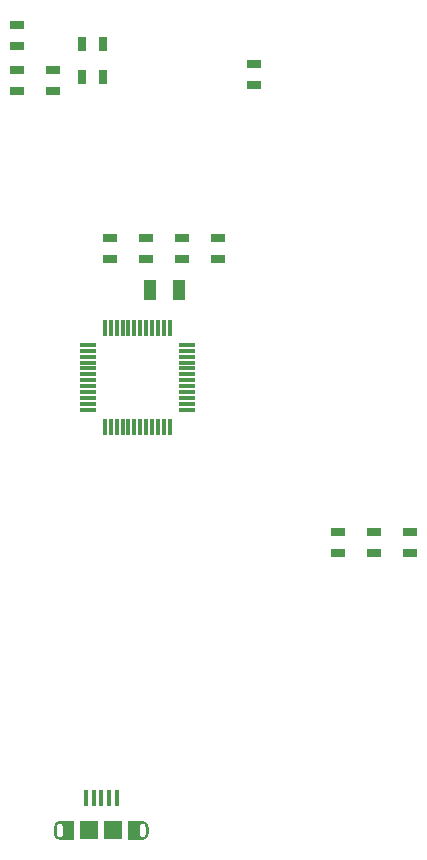
<source format=gbr>
G04 EAGLE Gerber RS-274X export*
G75*
%MOMM*%
%FSLAX34Y34*%
%LPD*%
%INSolderpaste Top*%
%IPPOS*%
%AMOC8*
5,1,8,0,0,1.08239X$1,22.5*%
G01*
%ADD10R,0.300000X1.450000*%
%ADD11R,1.450000X0.300000*%
%ADD12R,1.000000X1.800000*%
%ADD13C,0.000100*%
%ADD14R,0.400000X1.350000*%
%ADD15R,1.500000X1.550000*%
%ADD16R,1.200000X0.800000*%
%ADD17R,0.800000X1.200000*%

G36*
X786840Y7486D02*
X786840Y7486D01*
X786841Y7485D01*
X787953Y7611D01*
X787954Y7611D01*
X789011Y7981D01*
X789012Y7981D01*
X789960Y8577D01*
X789960Y8578D01*
X789961Y8578D01*
X790753Y9369D01*
X790753Y9370D01*
X791349Y10318D01*
X791349Y10319D01*
X791719Y11376D01*
X791719Y11377D01*
X791720Y11380D01*
X791720Y11384D01*
X791721Y11389D01*
X791721Y11394D01*
X791723Y11408D01*
X791723Y11413D01*
X791724Y11418D01*
X791724Y11422D01*
X791725Y11422D01*
X791724Y11422D01*
X791725Y11427D01*
X791726Y11432D01*
X791727Y11446D01*
X791728Y11451D01*
X791728Y11456D01*
X791729Y11460D01*
X791729Y11465D01*
X791730Y11470D01*
X791731Y11484D01*
X791732Y11489D01*
X791733Y11494D01*
X791733Y11498D01*
X791734Y11503D01*
X791734Y11508D01*
X791736Y11522D01*
X791736Y11527D01*
X791737Y11532D01*
X791737Y11536D01*
X791738Y11541D01*
X791739Y11555D01*
X791740Y11555D01*
X791739Y11555D01*
X791740Y11560D01*
X791741Y11565D01*
X791741Y11570D01*
X791742Y11574D01*
X791742Y11579D01*
X791744Y11593D01*
X791744Y11598D01*
X791745Y11603D01*
X791745Y11608D01*
X791746Y11612D01*
X791746Y11617D01*
X791748Y11631D01*
X791749Y11636D01*
X791749Y11641D01*
X791750Y11646D01*
X791750Y11650D01*
X791751Y11655D01*
X791752Y11669D01*
X791753Y11674D01*
X791753Y11679D01*
X791754Y11684D01*
X791754Y11688D01*
X791757Y11707D01*
X791757Y11712D01*
X791758Y11717D01*
X791758Y11722D01*
X791759Y11726D01*
X791760Y11741D01*
X791761Y11745D01*
X791761Y11750D01*
X791762Y11755D01*
X791762Y11760D01*
X791763Y11760D01*
X791762Y11760D01*
X791763Y11764D01*
X791765Y11779D01*
X791765Y11783D01*
X791766Y11788D01*
X791766Y11793D01*
X791767Y11798D01*
X791767Y11802D01*
X791769Y11817D01*
X791769Y11821D01*
X791770Y11826D01*
X791771Y11831D01*
X791771Y11836D01*
X791772Y11840D01*
X791773Y11855D01*
X791774Y11859D01*
X791774Y11864D01*
X791775Y11869D01*
X791775Y11874D01*
X791777Y11893D01*
X791778Y11893D01*
X791777Y11893D01*
X791778Y11897D01*
X791779Y11902D01*
X791779Y11907D01*
X791780Y11912D01*
X791781Y11926D01*
X791782Y11931D01*
X791782Y11935D01*
X791783Y11940D01*
X791783Y11945D01*
X791784Y11950D01*
X791786Y11964D01*
X791786Y11969D01*
X791787Y11973D01*
X791787Y11978D01*
X791788Y11983D01*
X791788Y11988D01*
X791790Y12002D01*
X791790Y12007D01*
X791791Y12011D01*
X791791Y12016D01*
X791792Y12021D01*
X791792Y12026D01*
X791794Y12040D01*
X791795Y12045D01*
X791795Y12049D01*
X791796Y12054D01*
X791796Y12059D01*
X791798Y12073D01*
X791798Y12078D01*
X791799Y12083D01*
X791799Y12087D01*
X791800Y12092D01*
X791800Y12097D01*
X791801Y12097D01*
X791800Y12097D01*
X791802Y12111D01*
X791803Y12116D01*
X791803Y12121D01*
X791804Y12125D01*
X791804Y12130D01*
X791805Y12135D01*
X791806Y12149D01*
X791807Y12154D01*
X791807Y12159D01*
X791808Y12163D01*
X791809Y12168D01*
X791809Y12173D01*
X791811Y12187D01*
X791811Y12192D01*
X791812Y12197D01*
X791812Y12201D01*
X791813Y12206D01*
X791815Y12225D01*
X791815Y12230D01*
X791816Y12230D01*
X791815Y12230D01*
X791816Y12235D01*
X791817Y12239D01*
X791817Y12244D01*
X791819Y12258D01*
X791819Y12263D01*
X791820Y12268D01*
X791820Y12273D01*
X791821Y12277D01*
X791821Y12282D01*
X791823Y12296D01*
X791824Y12301D01*
X791824Y12306D01*
X791825Y12311D01*
X791825Y12315D01*
X791826Y12320D01*
X791827Y12334D01*
X791828Y12339D01*
X791828Y12344D01*
X791829Y12349D01*
X791829Y12353D01*
X791830Y12358D01*
X791832Y12372D01*
X791832Y12377D01*
X791833Y12382D01*
X791833Y12387D01*
X791834Y12391D01*
X791836Y12410D01*
X791836Y12415D01*
X791837Y12420D01*
X791837Y12425D01*
X791838Y12429D01*
X791840Y12444D01*
X791840Y12448D01*
X791841Y12453D01*
X791841Y12458D01*
X791842Y12463D01*
X791842Y12467D01*
X791844Y12482D01*
X791844Y12486D01*
X791845Y12489D01*
X791845Y12490D01*
X791845Y17990D01*
X791845Y17991D01*
X791719Y19103D01*
X791719Y19104D01*
X791349Y20161D01*
X791349Y20162D01*
X790753Y21110D01*
X790752Y21110D01*
X790753Y21111D01*
X789961Y21903D01*
X789960Y21903D01*
X789012Y22499D01*
X789011Y22499D01*
X787954Y22869D01*
X787953Y22869D01*
X786841Y22995D01*
X786840Y22995D01*
X774840Y22995D01*
X774835Y22991D01*
X774836Y22990D01*
X774835Y22990D01*
X774835Y7490D01*
X774839Y7485D01*
X774840Y7486D01*
X774840Y7485D01*
X786840Y7485D01*
X786840Y7486D01*
G37*
G36*
X728845Y7489D02*
X728845Y7489D01*
X728844Y7490D01*
X728845Y7490D01*
X728845Y22990D01*
X728841Y22995D01*
X728840Y22994D01*
X728840Y22995D01*
X716840Y22995D01*
X716839Y22995D01*
X715727Y22869D01*
X715726Y22869D01*
X714669Y22499D01*
X714668Y22499D01*
X713720Y21903D01*
X713720Y21902D01*
X713719Y21903D01*
X712928Y21111D01*
X712927Y21110D01*
X712331Y20162D01*
X712331Y20161D01*
X711961Y19104D01*
X711961Y19103D01*
X711960Y19095D01*
X711959Y19090D01*
X711959Y19085D01*
X711958Y19081D01*
X711958Y19076D01*
X711955Y19057D01*
X711955Y19052D01*
X711954Y19047D01*
X711954Y19043D01*
X711953Y19038D01*
X711952Y19024D01*
X711951Y19019D01*
X711951Y19014D01*
X711950Y19009D01*
X711950Y19005D01*
X711949Y19000D01*
X711947Y18986D01*
X711947Y18981D01*
X711946Y18976D01*
X711946Y18971D01*
X711945Y18967D01*
X711945Y18962D01*
X711943Y18948D01*
X711943Y18943D01*
X711942Y18938D01*
X711942Y18933D01*
X711941Y18929D01*
X711940Y18924D01*
X711939Y18910D01*
X711938Y18905D01*
X711938Y18900D01*
X711937Y18895D01*
X711937Y18891D01*
X711935Y18872D01*
X711934Y18867D01*
X711934Y18862D01*
X711933Y18862D01*
X711934Y18862D01*
X711933Y18857D01*
X711932Y18853D01*
X711931Y18838D01*
X711930Y18834D01*
X711930Y18829D01*
X711929Y18824D01*
X711929Y18819D01*
X711928Y18815D01*
X711927Y18800D01*
X711926Y18796D01*
X711925Y18791D01*
X711925Y18786D01*
X711924Y18781D01*
X711924Y18777D01*
X711922Y18762D01*
X711922Y18758D01*
X711921Y18753D01*
X711921Y18748D01*
X711920Y18743D01*
X711920Y18739D01*
X711918Y18724D01*
X711917Y18720D01*
X711917Y18715D01*
X711916Y18710D01*
X711916Y18705D01*
X711914Y18691D01*
X711914Y18686D01*
X711913Y18682D01*
X711913Y18677D01*
X711912Y18672D01*
X711912Y18667D01*
X711910Y18653D01*
X711909Y18648D01*
X711909Y18644D01*
X711908Y18639D01*
X711908Y18634D01*
X711907Y18629D01*
X711906Y18615D01*
X711905Y18610D01*
X711905Y18606D01*
X711904Y18601D01*
X711904Y18596D01*
X711903Y18591D01*
X711901Y18577D01*
X711901Y18572D01*
X711900Y18568D01*
X711900Y18563D01*
X711899Y18558D01*
X711897Y18539D01*
X711897Y18534D01*
X711896Y18530D01*
X711896Y18525D01*
X711895Y18525D01*
X711896Y18525D01*
X711895Y18520D01*
X711893Y18506D01*
X711893Y18501D01*
X711892Y18496D01*
X711892Y18492D01*
X711891Y18487D01*
X711891Y18482D01*
X711889Y18468D01*
X711889Y18463D01*
X711888Y18458D01*
X711887Y18454D01*
X711887Y18449D01*
X711886Y18444D01*
X711885Y18430D01*
X711884Y18425D01*
X711884Y18420D01*
X711883Y18416D01*
X711883Y18411D01*
X711882Y18406D01*
X711881Y18392D01*
X711880Y18392D01*
X711881Y18392D01*
X711880Y18387D01*
X711879Y18382D01*
X711879Y18378D01*
X711878Y18373D01*
X711876Y18354D01*
X711876Y18349D01*
X711875Y18344D01*
X711875Y18340D01*
X711874Y18335D01*
X711872Y18321D01*
X711872Y18316D01*
X711871Y18311D01*
X711871Y18306D01*
X711870Y18302D01*
X711870Y18297D01*
X711868Y18283D01*
X711868Y18278D01*
X711867Y18273D01*
X711867Y18268D01*
X711866Y18264D01*
X711866Y18259D01*
X711864Y18245D01*
X711863Y18240D01*
X711863Y18235D01*
X711862Y18230D01*
X711862Y18226D01*
X711861Y18221D01*
X711860Y18207D01*
X711859Y18202D01*
X711859Y18197D01*
X711858Y18192D01*
X711858Y18188D01*
X711857Y18188D01*
X711858Y18188D01*
X711856Y18173D01*
X711855Y18169D01*
X711855Y18164D01*
X711854Y18159D01*
X711854Y18154D01*
X711853Y18150D01*
X711852Y18135D01*
X711851Y18131D01*
X711851Y18126D01*
X711850Y18121D01*
X711849Y18116D01*
X711849Y18112D01*
X711847Y18097D01*
X711847Y18093D01*
X711846Y18088D01*
X711846Y18083D01*
X711845Y18078D01*
X711845Y18074D01*
X711843Y18059D01*
X711843Y18055D01*
X711842Y18055D01*
X711843Y18055D01*
X711842Y18050D01*
X711841Y18045D01*
X711841Y18040D01*
X711839Y18021D01*
X711838Y18017D01*
X711838Y18012D01*
X711837Y18007D01*
X711837Y18002D01*
X711835Y17991D01*
X711836Y17990D01*
X711835Y17990D01*
X711835Y12490D01*
X711836Y12490D01*
X711835Y12489D01*
X711961Y11377D01*
X711961Y11376D01*
X712331Y10319D01*
X712331Y10318D01*
X712927Y9370D01*
X712928Y9370D01*
X712928Y9369D01*
X713719Y8578D01*
X713720Y8577D01*
X714668Y7981D01*
X714669Y7981D01*
X715726Y7611D01*
X715727Y7611D01*
X716839Y7485D01*
X716840Y7486D01*
X716840Y7485D01*
X728840Y7485D01*
X728845Y7489D01*
G37*
%LPC*%
G36*
X786194Y9580D02*
X786194Y9580D01*
X785593Y9829D01*
X785076Y10226D01*
X784679Y10743D01*
X784430Y11344D01*
X784345Y11990D01*
X784345Y18490D01*
X784430Y19136D01*
X784679Y19738D01*
X785076Y20254D01*
X785593Y20651D01*
X786194Y20900D01*
X786840Y20985D01*
X787486Y20900D01*
X788088Y20651D01*
X788604Y20254D01*
X789001Y19738D01*
X789250Y19136D01*
X789335Y18490D01*
X789335Y11990D01*
X789299Y11718D01*
X789299Y11713D01*
X789298Y11709D01*
X789298Y11704D01*
X789297Y11699D01*
X789296Y11694D01*
X789296Y11690D01*
X789295Y11685D01*
X789294Y11680D01*
X789294Y11675D01*
X789293Y11671D01*
X789293Y11666D01*
X789292Y11661D01*
X789291Y11656D01*
X789291Y11652D01*
X789290Y11647D01*
X789289Y11642D01*
X789289Y11637D01*
X789288Y11633D01*
X789288Y11628D01*
X789287Y11623D01*
X789286Y11618D01*
X789286Y11614D01*
X789285Y11609D01*
X789284Y11604D01*
X789284Y11599D01*
X789283Y11595D01*
X789283Y11590D01*
X789282Y11585D01*
X789281Y11580D01*
X789281Y11576D01*
X789280Y11571D01*
X789250Y11344D01*
X789001Y10743D01*
X788604Y10226D01*
X788088Y9829D01*
X787486Y9580D01*
X786840Y9495D01*
X786194Y9580D01*
G37*
%LPD*%
%LPC*%
G36*
X716194Y9580D02*
X716194Y9580D01*
X715593Y9829D01*
X715076Y10226D01*
X714679Y10743D01*
X714430Y11344D01*
X714345Y11990D01*
X714345Y18490D01*
X714345Y18495D01*
X714346Y18495D01*
X714345Y18495D01*
X714346Y18500D01*
X714347Y18505D01*
X714347Y18509D01*
X714348Y18514D01*
X714349Y18519D01*
X714349Y18524D01*
X714350Y18528D01*
X714350Y18533D01*
X714351Y18533D01*
X714351Y18538D01*
X714352Y18543D01*
X714352Y18547D01*
X714353Y18552D01*
X714389Y18828D01*
X714390Y18832D01*
X714391Y18837D01*
X714391Y18842D01*
X714392Y18847D01*
X714392Y18851D01*
X714393Y18856D01*
X714394Y18861D01*
X714394Y18866D01*
X714395Y18870D01*
X714396Y18875D01*
X714396Y18880D01*
X714397Y18885D01*
X714397Y18889D01*
X714398Y18894D01*
X714399Y18899D01*
X714399Y18904D01*
X714400Y18908D01*
X714401Y18913D01*
X714401Y18918D01*
X714402Y18923D01*
X714402Y18927D01*
X714403Y18932D01*
X714404Y18937D01*
X714404Y18942D01*
X714405Y18946D01*
X714406Y18951D01*
X714406Y18956D01*
X714407Y18961D01*
X714407Y18965D01*
X714408Y18970D01*
X714409Y18975D01*
X714409Y18980D01*
X714430Y19136D01*
X714679Y19738D01*
X715076Y20254D01*
X715593Y20651D01*
X716194Y20900D01*
X716840Y20985D01*
X717486Y20900D01*
X718088Y20651D01*
X718604Y20254D01*
X719001Y19738D01*
X719250Y19136D01*
X719335Y18490D01*
X719335Y11990D01*
X719250Y11344D01*
X719001Y10743D01*
X718604Y10226D01*
X718088Y9829D01*
X717486Y9580D01*
X716840Y9495D01*
X716194Y9580D01*
G37*
%LPD*%
D10*
X809820Y440780D03*
X804820Y440780D03*
X799820Y440780D03*
X794820Y440780D03*
X789820Y440780D03*
X784820Y440780D03*
X779820Y440780D03*
X774820Y440780D03*
X769820Y440780D03*
X759820Y440780D03*
X754820Y440780D03*
D11*
X740320Y426280D03*
X740320Y421280D03*
X740320Y416280D03*
X740320Y411280D03*
X740320Y406280D03*
X740320Y401280D03*
X740320Y396280D03*
X740320Y391280D03*
X740320Y386280D03*
X740320Y381280D03*
X740320Y376280D03*
X740320Y371280D03*
D10*
X764820Y440780D03*
X754820Y357080D03*
X759820Y356780D03*
X764820Y356780D03*
X769820Y356780D03*
X774820Y356780D03*
X779820Y356780D03*
X784820Y356780D03*
X789820Y356780D03*
X794820Y356780D03*
X804820Y356780D03*
X809820Y356780D03*
X799820Y356780D03*
D11*
X824320Y371280D03*
X824320Y376280D03*
X824320Y381280D03*
X824320Y386280D03*
X824320Y391280D03*
X824320Y396280D03*
X824320Y401280D03*
X824320Y406280D03*
X824320Y411280D03*
X824320Y416280D03*
X824320Y421280D03*
X824320Y426280D03*
D12*
X817680Y472440D03*
X792680Y472440D03*
D13*
X716840Y22940D02*
X716840Y21240D01*
X786840Y9240D02*
X786840Y7540D01*
D14*
X738840Y42240D03*
X745340Y42240D03*
X751840Y42240D03*
X758340Y42240D03*
X764840Y42240D03*
D15*
X741840Y15240D03*
X761840Y15240D03*
D16*
X680720Y697340D03*
X680720Y679340D03*
X881380Y646320D03*
X881380Y664320D03*
D17*
X753220Y652780D03*
X735220Y652780D03*
X753220Y680720D03*
X735220Y680720D03*
D16*
X759460Y499000D03*
X759460Y517000D03*
X850900Y499000D03*
X850900Y517000D03*
X820420Y499000D03*
X820420Y517000D03*
X789940Y499000D03*
X789940Y517000D03*
X711200Y641240D03*
X711200Y659240D03*
X680720Y641240D03*
X680720Y659240D03*
X982980Y268080D03*
X982980Y250080D03*
X952500Y268080D03*
X952500Y250080D03*
X1013460Y250080D03*
X1013460Y268080D03*
M02*

</source>
